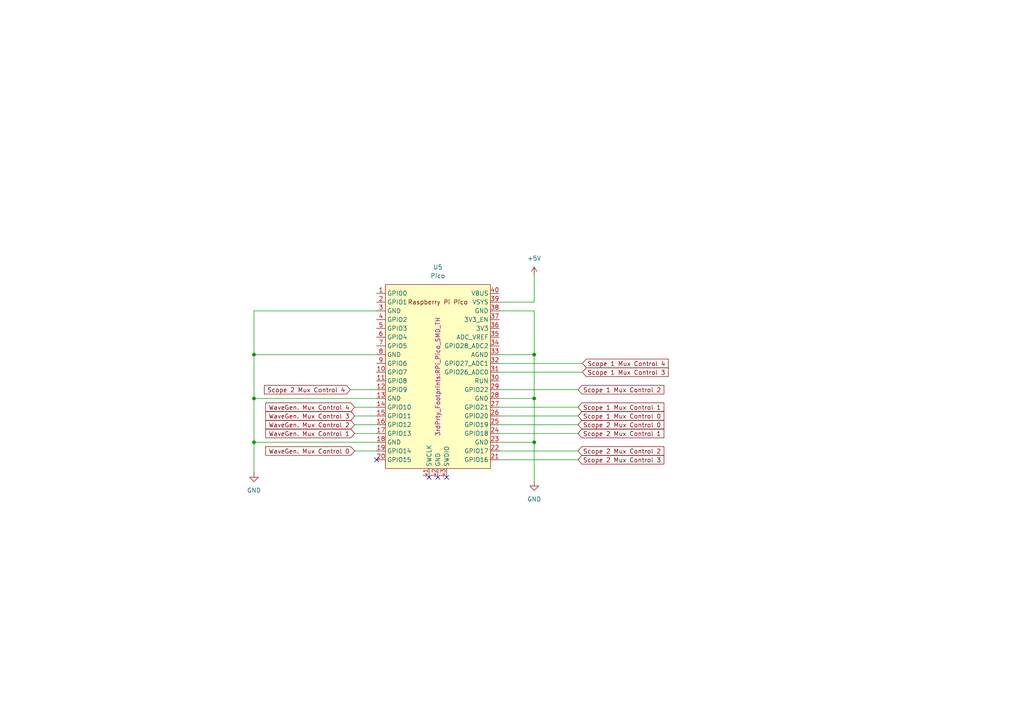
<source format=kicad_sch>
(kicad_sch (version 20250114) (generator "eeschema") (generator_version "9.0")
  (paper "A4")
  (lib_symbols
    (symbol "3rdPrty_Symbols:Pico"
      (property "Reference" "U" (at -13.97 27.94 0))
      (property "Value" "Pico" (at 0 19.05 0))
      (symbol "Pico_0_0"
        (text "Raspberry Pi Pico" (at 0 21.59 0) (effects (font (size 1.27 1.27))))
      )
      (symbol "Pico_0_1"
        (rectangle (start -15.24 26.67) (end 15.24 -26.67) (fill (type background)))
      )
      (symbol "Pico_1_1"
        (pin bidirectional line (at -17.78 24.13 0) (length 2.54) (name "GPIO0") (number "1"))
        (pin bidirectional line (at -17.78 21.59 0) (length 2.54) (name "GPIO1") (number "2"))
        (pin power_in line (at -17.78 19.05 0) (length 2.54) (name "GND") (number "3"))
        (pin bidirectional line (at -17.78 16.51 0) (length 2.54) (name "GPIO2") (number "4"))
        (pin bidirectional line (at -17.78 13.97 0) (length 2.54) (name "GPIO3") (number "5"))
        (pin bidirectional line (at -17.78 11.43 0) (length 2.54) (name "GPIO4") (number "6"))
        (pin bidirectional line (at -17.78 8.89 0) (length 2.54) (name "GPIO5") (number "7"))
        (pin power_in line (at -17.78 6.35 0) (length 2.54) (name "GND") (number "8"))
        (pin bidirectional line (at -17.78 3.81 0) (length 2.54) (name "GPIO6") (number "9"))
        (pin bidirectional line (at -17.78 1.27 0) (length 2.54) (name "GPIO7") (number "10"))
        (pin bidirectional line (at -17.78 -1.27 0) (length 2.54) (name "GPIO8") (number "11"))
        (pin bidirectional line (at -17.78 -3.81 0) (length 2.54) (name "GPIO9") (number "12"))
        (pin power_in line (at -17.78 -6.35 0) (length 2.54) (name "GND") (number "13"))
        (pin bidirectional line (at -17.78 -8.89 0) (length 2.54) (name "GPIO10") (number "14"))
        (pin bidirectional line (at -17.78 -11.43 0) (length 2.54) (name "GPIO11") (number "15"))
        (pin bidirectional line (at -17.78 -13.97 0) (length 2.54) (name "GPIO12") (number "16"))
        (pin bidirectional line (at -17.78 -16.51 0) (length 2.54) (name "GPIO13") (number "17"))
        (pin power_in line (at -17.78 -19.05 0) (length 2.54) (name "GND") (number "18"))
        (pin bidirectional line (at -17.78 -21.59 0) (length 2.54) (name "GPIO14") (number "19"))
        (pin bidirectional line (at -17.78 -24.13 0) (length 2.54) (name "GPIO15") (number "20"))
        (pin input line (at -2.54 -29.21 90) (length 2.54) (name "SWCLK") (number "41"))
        (pin power_in line (at 0 -29.21 90) (length 2.54) (name "GND") (number "42"))
        (pin bidirectional line (at 2.54 -29.21 90) (length 2.54) (name "SWDIO") (number "43"))
        (pin power_in line (at 17.78 24.13 180) (length 2.54) (name "VBUS") (number "40"))
        (pin power_in line (at 17.78 21.59 180) (length 2.54) (name "VSYS") (number "39"))
        (pin bidirectional line (at 17.78 19.05 180) (length 2.54) (name "GND") (number "38"))
        (pin input line (at 17.78 16.51 180) (length 2.54) (name "3V3_EN") (number "37"))
        (pin power_in line (at 17.78 13.97 180) (length 2.54) (name "3V3") (number "36"))
        (pin power_in line (at 17.78 11.43 180) (length 2.54) (name "ADC_VREF") (number "35"))
        (pin bidirectional line (at 17.78 8.89 180) (length 2.54) (name "GPIO28_ADC2") (number "34"))
        (pin power_in line (at 17.78 6.35 180) (length 2.54) (name "AGND") (number "33"))
        (pin bidirectional line (at 17.78 3.81 180) (length 2.54) (name "GPIO27_ADC1") (number "32"))
        (pin bidirectional line (at 17.78 1.27 180) (length 2.54) (name "GPIO26_ADC0") (number "31"))
        (pin input line (at 17.78 -1.27 180) (length 2.54) (name "RUN") (number "30"))
        (pin bidirectional line (at 17.78 -3.81 180) (length 2.54) (name "GPIO22") (number "29"))
        (pin power_in line (at 17.78 -6.35 180) (length 2.54) (name "GND") (number "28"))
        (pin bidirectional line (at 17.78 -8.89 180) (length 2.54) (name "GPIO21") (number "27"))
        (pin bidirectional line (at 17.78 -11.43 180) (length 2.54) (name "GPIO20") (number "26"))
        (pin bidirectional line (at 17.78 -13.97 180) (length 2.54) (name "GPIO19") (number "25"))
        (pin bidirectional line (at 17.78 -16.51 180) (length 2.54) (name "GPIO18") (number "24"))
        (pin power_in line (at 17.78 -19.05 180) (length 2.54) (name "GND") (number "23"))
        (pin bidirectional line (at 17.78 -21.59 180) (length 2.54) (name "GPIO17") (number "22"))
        (pin bidirectional line (at 17.78 -24.13 180) (length 2.54) (name "GPIO16") (number "21"))
      )
    )
    (symbol "power:+5V" (power) (pin_numbers (hide yes)) (pin_names (offset 0) (hide yes))
      (property "Value" "+5V" (at 0 3.556 0))
      (symbol "+5V_0_1"
        (polyline (pts (xy -0.762 1.27) (xy 0 2.54)))
        (polyline (pts (xy 0 2.54) (xy 0.762 1.27)))
        (polyline (pts (xy 0 0) (xy 0 2.54)))
      )
      (symbol "+5V_1_1"
        (pin power_in line (at 0 0 90) (length 0) (name "~") (number "1"))
      )
    )
    (symbol "power:GND" (power) (pin_numbers (hide yes)) (pin_names (offset 0) (hide yes))
      (property "Value" "GND" (at 0 -3.81 0))
      (symbol "GND_0_1"
        (polyline (pts (xy 0 0) (xy 0 -1.27) (xy 1.27 -1.27) (xy 0 -2.54) (xy -1.27 -1.27) (xy 0 -1.27)))
      )
      (symbol "GND_1_1"
        (pin power_in line (at 0 0 270) (length 0) (name "~") (number "1"))
      )
    )
  )
  (junction (at 154.94 128.27))
  (junction (at 73.66 102.87))
  (junction (at 154.94 102.87))
  (junction (at 154.94 115.57))
  (junction (at 73.66 115.57))
  (junction (at 73.66 128.27))
  (no_connect (at 124.46 138.43))
  (no_connect (at 129.54 138.43))
  (no_connect (at 127 138.43))
  (no_connect (at 109.22 133.35))
  (wire (pts (xy 168.91 107.95) (xy 144.78 107.95)))
  (wire (pts (xy 102.87 130.81) (xy 109.22 130.81)))
  (wire (pts (xy 102.87 118.11) (xy 109.22 118.11)))
  (wire (pts (xy 109.22 128.27) (xy 73.66 128.27)))
  (wire (pts (xy 73.66 115.57) (xy 73.66 128.27)))
  (wire (pts (xy 167.64 113.03) (xy 144.78 113.03)))
  (wire (pts (xy 109.22 102.87) (xy 73.66 102.87)))
  (wire (pts (xy 144.78 87.63) (xy 154.94 87.63)))
  (wire (pts (xy 154.94 80.01) (xy 154.94 87.63)))
  (wire (pts (xy 154.94 90.17) (xy 154.94 102.87)))
  (wire (pts (xy 101.6 113.03) (xy 109.22 113.03)))
  (wire (pts (xy 109.22 90.17) (xy 73.66 90.17)))
  (wire (pts (xy 144.78 128.27) (xy 154.94 128.27)))
  (wire (pts (xy 102.87 123.19) (xy 109.22 123.19)))
  (wire (pts (xy 144.78 90.17) (xy 154.94 90.17)))
  (wire (pts (xy 167.64 130.81) (xy 144.78 130.81)))
  (wire (pts (xy 167.64 133.35) (xy 144.78 133.35)))
  (wire (pts (xy 144.78 115.57) (xy 154.94 115.57)))
  (wire (pts (xy 109.22 115.57) (xy 73.66 115.57)))
  (wire (pts (xy 167.64 120.65) (xy 144.78 120.65)))
  (wire (pts (xy 73.66 90.17) (xy 73.66 102.87)))
  (wire (pts (xy 167.64 123.19) (xy 144.78 123.19)))
  (wire (pts (xy 154.94 115.57) (xy 154.94 128.27)))
  (wire (pts (xy 102.87 120.65) (xy 109.22 120.65)))
  (wire (pts (xy 144.78 102.87) (xy 154.94 102.87)))
  (wire (pts (xy 73.66 128.27) (xy 73.66 137.16)))
  (wire (pts (xy 154.94 128.27) (xy 154.94 139.7)))
  (wire (pts (xy 102.87 125.73) (xy 109.22 125.73)))
  (wire (pts (xy 168.91 105.41) (xy 144.78 105.41)))
  (wire (pts (xy 73.66 102.87) (xy 73.66 115.57)))
  (wire (pts (xy 154.94 102.87) (xy 154.94 115.57)))
  (wire (pts (xy 167.64 118.11) (xy 144.78 118.11)))
  (wire (pts (xy 167.64 125.73) (xy 144.78 125.73)))
  (global_label "Scope 2 Mux Control 3" (shape input) (at 167.64 133.35 0) (property "Intersheetrefs" "${INTERSHEET_REFS}" (effects (hide yes))))
  (global_label "Scope 2 Mux Control 4" (shape input) (at 101.6 113.03 180) (property "Intersheetrefs" "${INTERSHEET_REFS}" (effects (hide yes))))
  (global_label "Scope 1 Mux Control 0" (shape input) (at 167.64 120.65 0) (property "Intersheetrefs" "${INTERSHEET_REFS}" (effects (hide yes))))
  (global_label "WaveGen. Mux Control 0" (shape input) (at 102.87 130.81 180) (property "Intersheetrefs" "${INTERSHEET_REFS}" (effects (hide yes))))
  (global_label "WaveGen. Mux Control 4" (shape input) (at 102.87 118.11 180) (property "Intersheetrefs" "${INTERSHEET_REFS}" (effects (hide yes))))
  (global_label "WaveGen. Mux Control 3" (shape input) (at 102.87 120.65 180) (property "Intersheetrefs" "${INTERSHEET_REFS}" (effects (hide yes))))
  (global_label "WaveGen. Mux Control 1" (shape input) (at 102.87 125.73 180) (property "Intersheetrefs" "${INTERSHEET_REFS}" (effects (hide yes))))
  (global_label "Scope 2 Mux Control 2" (shape input) (at 167.64 130.81 0) (property "Intersheetrefs" "${INTERSHEET_REFS}" (effects (hide yes))))
  (global_label "Scope 2 Mux Control 0" (shape input) (at 167.64 123.19 0) (property "Intersheetrefs" "${INTERSHEET_REFS}" (effects (hide yes))))
  (global_label "Scope 2 Mux Control 1" (shape input) (at 167.64 125.73 0) (property "Intersheetrefs" "${INTERSHEET_REFS}" (effects (hide yes))))
  (global_label "Scope 1 Mux Control 4" (shape input) (at 168.91 105.41 0) (property "Intersheetrefs" "${INTERSHEET_REFS}" (effects (hide yes))))
  (global_label "Scope 1 Mux Control 3" (shape input) (at 168.91 107.95 0) (property "Intersheetrefs" "${INTERSHEET_REFS}" (effects (hide yes))))
  (global_label "Scope 1 Mux Control 2" (shape input) (at 167.64 113.03 0) (property "Intersheetrefs" "${INTERSHEET_REFS}" (effects (hide yes))))
  (global_label "WaveGen. Mux Control 2" (shape input) (at 102.87 123.19 180) (property "Intersheetrefs" "${INTERSHEET_REFS}" (effects (hide yes))))
  (global_label "Scope 1 Mux Control 1" (shape input) (at 167.64 118.11 0) (property "Intersheetrefs" "${INTERSHEET_REFS}" (effects (hide yes))))
  (symbol (lib_id "power:GND") (at 73.66 137.16 0) (unit 1)
    (property "Reference" "#PWR04" (effects (hide yes)))
    (property "Value" "GND" (at 73.66 142.24 0))
    (property "Description" "Power symbol creates a global label with name \"GND\" , ground" (effects (hide yes)))
  )
  (symbol (lib_id "power:GND") (at 154.94 139.7 0) (unit 1)
    (property "Reference" "#PWR035" (effects (hide yes)))
    (property "Value" "GND" (at 154.94 144.78 0))
    (property "Description" "Power symbol creates a global label with name \"GND\" , ground" (effects (hide yes)))
  )
  (symbol (lib_id "power:+5V") (at 154.94 80.01 0) (unit 1)
    (property "Reference" "#PWR036" (effects (hide yes)))
    (property "Value" "+5V" (at 154.94 74.93 0))
    (property "Description" "Power symbol creates a global label with name \"+5V\"" (effects (hide yes)))
  )
  (symbol (lib_id "3rdPrty_Symbols:Pico") (at 127 109.22 0) (unit 1)
    (property "Reference" "U5" (at 127 77.47 0))
    (property "Value" "Pico" (at 127 80.01 0))
    (property "Footprint" "3rdPrty_Footprints:RPi_Pico_SMD_TH" (at 127 109.22 90))
  )
)
</source>
